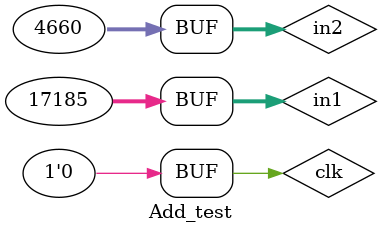
<source format=sv>


`timescale 1ns / 1ps
`include"Add.sv"


module Add_test();
	reg clk = 0;
	reg [31:0] in1 = 32'h4321, in2 = 32'h1234;
	reg [31:0] out;


	Add m(in1, in2, out);

endmodule
</source>
